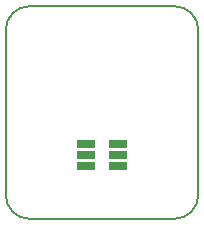
<source format=gbr>
G04 #@! TF.GenerationSoftware,KiCad,Pcbnew,5.1.6-c6e7f7d~86~ubuntu20.04.1*
G04 #@! TF.CreationDate,2020-05-17T01:14:59+03:00*
G04 #@! TF.ProjectId,BRK-SOT-23-6,42524b2d-534f-4542-9d32-332d362e6b69,v1.1*
G04 #@! TF.SameCoordinates,Original*
G04 #@! TF.FileFunction,Paste,Top*
G04 #@! TF.FilePolarity,Positive*
%FSLAX46Y46*%
G04 Gerber Fmt 4.6, Leading zero omitted, Abs format (unit mm)*
G04 Created by KiCad (PCBNEW 5.1.6-c6e7f7d~86~ubuntu20.04.1) date 2020-05-17 01:14:59*
%MOMM*%
%LPD*%
G01*
G04 APERTURE LIST*
G04 #@! TA.AperFunction,Profile*
%ADD10C,0.150000*%
G04 #@! TD*
%ADD11R,1.560000X0.650000*%
G04 APERTURE END LIST*
D10*
X53000000Y-68000000D02*
G75*
G02*
X51000000Y-66000000I0J2000000D01*
G01*
X67300000Y-66000000D02*
G75*
G02*
X65300000Y-68000000I-2000000J0D01*
G01*
X65300000Y-50000000D02*
G75*
G02*
X67300000Y-52000000I0J-2000000D01*
G01*
X51000000Y-52000000D02*
G75*
G02*
X53000000Y-50000000I2000000J0D01*
G01*
X65300000Y-68000000D02*
X53000000Y-68000000D01*
X67300000Y-52000000D02*
X67300000Y-66000000D01*
X53000000Y-50000000D02*
X65300000Y-50000000D01*
X51000000Y-66000000D02*
X51000000Y-52000000D01*
D11*
X60500000Y-62600000D03*
X60500000Y-61650000D03*
X60500000Y-63550000D03*
X57800000Y-63550000D03*
X57800000Y-62600000D03*
X57800000Y-61650000D03*
M02*

</source>
